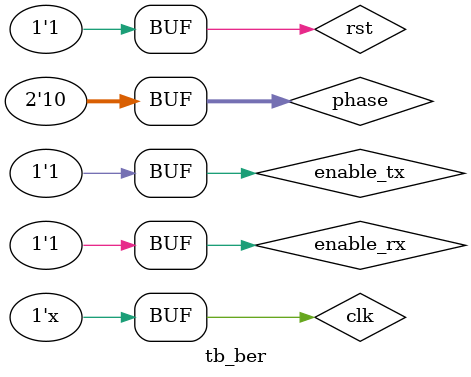
<source format=v>
`timescale 1ns/100ps

`define SEED 9'h1AA

module tb_ber();
    reg rst;
    reg clk;
    reg enable_prbs;
    reg enable_tx;
    reg enable_rx;
    reg enable_ber;
    reg [1:0] phase;
    wire bit_out;
    wire [7:0] tb_tx_out;
    wire tb_rx_out;
    wire error_flag;
    reg [1:0] clk_counter;
    reg [31:0] clk_index;

    localparam COEF = {8'h0, 8'hfe, 8'hff, 8'h0, 8'h2, 8'h0, 8'hfb, 8'hf5,
                        8'hf9, 8'ha, 8'h25, 8'h3e, 8'h48, 8'h3e, 8'h25, 8'ha, 
                        8'hf9, 8'hf5,8'hfb, 8'h0, 8'h2, 8'h0, 8'hff, 8'hfe};

    initial begin
        rst = 0;
        clk = 0;
        enable_prbs = 0;
        enable_tx = 1;
        enable_rx = 1;
        enable_ber = 0;
        clk_counter = 0;
        clk_index = 0;
        phase = 2;
        #2 rst = 1;
    end

    always #1 clk = ~clk;

    always @ (posedge clk or negedge rst) begin
        if (~rst)
            clk_index <= 0;
        else
            clk_index <= clk_index+1;
    end
    //always #4 clk_prbs = ~clk_prbs;
    always @ (posedge clk or negedge rst) begin
        if (~rst) 
            clk_counter <= 0;
        else
        begin
            clk_counter <= clk_counter+1;
            if ((clk_counter) == 0) begin
                enable_prbs <= 1;
                enable_ber <= 1;
            end
            else begin
                enable_prbs <= 0;
                enable_ber <= 0;
            end
        end
    end

    prbs
        #(
        .SEED (`SEED)
        )
    prbs_r(
        .clk (clk),
        .rst (rst),
        .enable (enable_prbs),
        .bit_out (bit_out)
        );

    tx
        #(
        .COEF(COEF)
        )
    tx_r(
        .clk (clk),
        .rst (rst),
        .enable (enable_tx),
        .tx_in (bit_out),
        .tx_out (tb_tx_out)
        );

    rx
        #(
        .COEF(COEF)
        )
    rx_r(
        .clk (clk),
        .rst (rst),
        .enable (enable_rx),
        .rx_in (tb_tx_out),
        .phase_in (phase),
        .rx_out (tb_rx_out)
        );

    ber
    ber_r(
        .clk (clk),
        .rst (rst),
        .enable (enable_ber),
        .sx (bit_out),
        .dx (tb_rx_out),
        .error_flag (error_flag)
        );

endmodule

</source>
